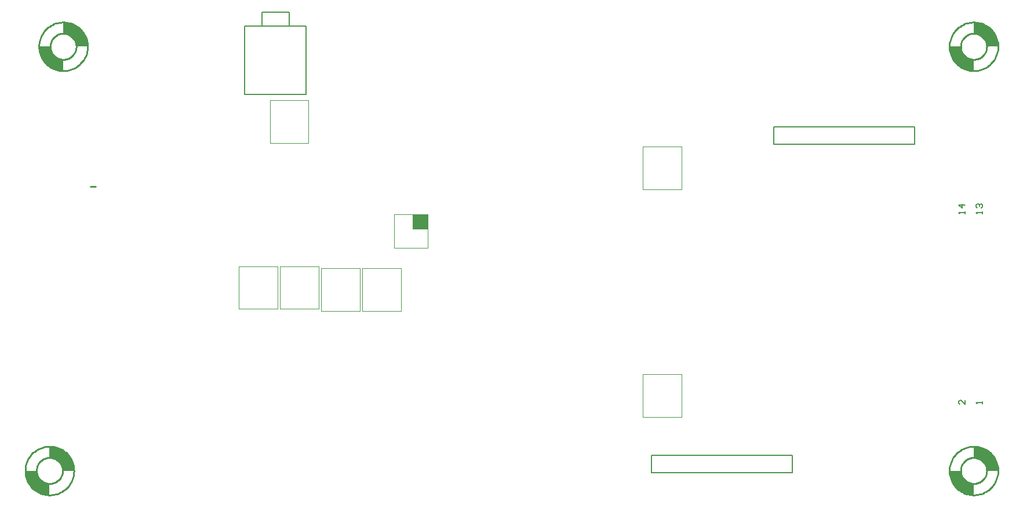
<source format=gm1>
%FSTAX24Y24*%
%MOIN*%
%SFA1B1*%

%IPPOS*%
%ADD47C,0.010000*%
%ADD118C,0.008000*%
%ADD119C,0.001000*%
%ADD120C,0.005000*%
%ADD121C,0.004000*%
%LNpcb1-1*%
%LPD*%
G36*
X130118Y070502D02*
X130119D01*
X130303Y070487*
X130304*
X130525Y070434*
X130526*
X130735Y070347*
X130736*
Y070346*
X13093Y070228*
Y070227*
X131103Y07008*
X131104Y070079*
X131251Y069907*
Y069906*
X13137Y069712*
X131457Y069502*
X131458Y069501*
X131511Y06928*
X131525Y069095*
Y069093*
X131524Y069091*
X131522Y06909*
X13152Y069089*
X131518*
X13087*
X130869Y06909*
X130867*
Y069091*
X130866Y069092*
X130865Y069094*
X130852Y069227*
X130808Y069371*
X130738Y069503*
X130642Y069619*
X130527Y069714*
X130394Y069785*
X130251Y069828*
X130122Y069841*
X13012Y06984*
X130118Y069839*
X130116Y06984*
X130114Y069841*
X130113Y069843*
Y069844*
Y070496*
Y070497*
X130114Y070498*
Y0705*
X130115*
X130116Y070501*
X130118Y070502*
G37*
G36*
X183268D02*
D01*
X183453Y070487*
X183454*
X183674Y070434*
X183675*
X183885Y070347*
X183886Y070346*
X184079Y070228*
X18408Y070227*
X184253Y07008*
Y070079*
X184401Y069907*
Y069906*
X18452Y069712*
X184607Y069502*
Y069501*
X18466Y06928*
X184675Y069095*
X184674Y069093*
Y069091*
X184673*
X184672Y06909*
X18467Y069089*
X184668*
X18402*
X184018Y06909*
X184017*
X184016Y069091*
X184015Y069092*
Y069094*
X184001Y069227*
X183958Y069371*
X183887Y069503*
X183792Y069619*
X183676Y069714*
X183544Y069785*
X1834Y069828*
X183272Y069841*
X183271*
X18327Y06984*
X183268Y069839*
X183266Y06984*
X183264Y069841*
X183263Y069843*
X183262Y069844*
Y070496*
Y070497*
X183263Y070498*
X183264Y0705*
X183266Y070501*
X183268Y070502*
G37*
G36*
X12936Y069091D02*
X129361Y06909D01*
X129363*
Y069089*
X129364Y069088*
X129365Y069086*
X129364Y069084*
Y069082*
X129363*
X129376Y068953*
X129419Y06881*
X12949Y068677*
X129585Y068561*
X129701Y068466*
X129833Y068395*
X129977Y068352*
X130106Y068339*
Y06834*
X130108*
X13011Y068341*
X130112Y06834*
X130113Y068339*
X130114*
Y068338*
X130115Y068336*
Y067703*
Y0677*
X130114Y067698*
Y067696*
X130112Y067695*
X13011*
X130094Y067693*
X129879Y06771*
X129878*
X129669Y067761*
X129668*
X129469Y067843*
Y067844*
X129285Y067956*
X129284*
X129121Y068096*
Y068097*
X12912*
X12898Y06826*
Y068261*
X128867Y068445*
X128785Y068644*
Y068645*
X128784*
X128734Y068854*
Y068855*
X128717Y06907*
X128718Y069086*
X128719Y069088*
X12872Y06909*
X128722*
X128724Y069091*
X12936*
G37*
G36*
X182509D02*
X182511Y06909D01*
X182513*
Y069089*
X182514Y069088*
X182515Y069086*
X182514Y069084*
X182513Y069082*
X182525Y068953*
X182569Y06881*
X18264Y068677*
X182735Y068561*
X182851Y068466*
X182983Y068395*
X183127Y068352*
X183255Y068339*
Y06834*
X183257*
X183259Y068341*
X183261Y06834*
X183263Y068339*
X183264Y068338*
X183265Y068336*
Y067703*
Y0677*
X183264Y067698*
X183263Y067696*
X183261Y067695*
X18326*
X183244Y067693*
X183243*
X183029Y06771*
X183028*
X182819Y067761*
X182818*
X182619Y067843*
X182618Y067844*
X182435Y067956*
X182434*
X18227Y068096*
Y068097*
X18213Y06826*
Y068261*
X182017Y068445*
X181934Y068644*
Y068645*
X181884Y068854*
Y068855*
X181867Y06907*
X181868Y069086*
X181869Y069088*
X18187Y06909*
X181872*
X181873Y069091*
X182509*
G37*
G36*
X15187Y082972D02*
X150985D01*
Y083862*
X15187*
Y082972*
G37*
G36*
X130906Y094911D02*
D01*
X131091Y094897*
Y094896*
X131312Y094843*
X131313*
X131523Y094756*
X131717Y094637*
X131718*
X13189Y094489*
X131891*
X132038Y094316*
X132039*
Y094315*
X132158Y094122*
Y094121*
X132245Y093911*
X132298Y09369*
Y093689*
X132313Y093504*
X132312Y093502*
X132311Y0935*
X132309Y093499*
X132308*
X132307*
X132306*
X131658*
X131656*
X131654Y0935*
X131653Y093502*
X131652Y093503*
X131639Y093637*
X131596Y09378*
X131525Y093912*
X13143Y094028*
X131314Y094123*
X131182Y094194*
X131038Y094238*
X130909Y09425*
X130907Y094249*
X130906*
X130905*
X130904*
X130902Y09425*
X130901Y094252*
X1309Y094254*
Y094906*
X130901Y094908*
X130902Y09491*
X130904*
X130906Y094911*
G37*
G36*
X183268D02*
D01*
X183453Y094897*
Y094896*
X183454*
X183674Y094843*
X183675*
X183885Y094756*
X183886*
X184079Y094637*
X18408*
X184253Y094489*
X184401Y094316*
Y094315*
X18452Y094122*
Y094121*
X184607Y093911*
X18466Y09369*
Y093689*
X184675Y093504*
X184674Y093502*
Y0935*
X184673*
X184672Y093499*
X18467*
X184668*
X18402*
X184018*
X184017Y0935*
X184016*
X184015Y093502*
Y093503*
X184001Y093637*
X183958Y09378*
X183887Y093912*
X183792Y094028*
X183676Y094123*
X183544Y094194*
X1834Y094238*
X183272Y09425*
X183271*
X18327Y094249*
X183268*
X183266*
X183264Y09425*
X183263Y094252*
X183262Y094254*
Y094906*
X183263Y094908*
X183264Y09491*
X183266*
X183268Y094911*
G37*
G36*
X130147Y093501D02*
X130149Y0935D01*
X130151Y093499*
X130152Y093497*
Y093495*
Y093493*
X130151Y093491*
X130163Y093363*
X130207Y093219*
X130278Y093087*
X130373Y092971*
X130489Y092876*
X130621Y092805*
X130764Y092761*
X130893Y092749*
X130895Y09275*
X130897Y092751*
Y09275*
Y092751*
X130899Y09275*
X130901Y092749*
X130902Y092747*
Y092745*
Y092113*
Y092109*
Y092108*
X130901Y092106*
X130899Y092105*
X130897Y092104*
X130882Y092103*
X130881*
X130666Y09212*
X130456Y09217*
X130257Y092253*
X130256*
X130072Y092365*
Y092366*
X129908Y092506*
X129768Y09267*
X129767Y092671*
X129655Y092854*
X129654Y092855*
X129572Y093054*
X129522Y093264*
X129505Y093479*
Y09348*
X129506Y093496*
X129507Y093497*
Y093499*
X129508*
X12951Y0935*
X129511Y093501*
X130147*
G37*
G36*
X182509D02*
X182511Y0935D01*
X182513Y093499*
X182514Y093497*
X182515Y093495*
X182514Y093493*
X182513Y093491*
X182525Y093363*
X182569Y093219*
X18264Y093087*
X182735Y092971*
X182851Y092876*
X182983Y092805*
X183127Y092761*
X183255Y092749*
X183257Y09275*
X183259Y092751*
Y09275*
Y092751*
X183261Y09275*
X183263Y092749*
X183264Y092747*
X183265Y092745*
Y092113*
Y092109*
X183264Y092108*
X183263Y092106*
X183261Y092105*
X18326Y092104*
X183244Y092103*
X183243*
X183029Y09212*
X183028*
X182819Y09217*
X182818*
X182619Y092253*
X182618*
X182435Y092365*
X182434Y092366*
X18227Y092506*
X18213Y09267*
Y092671*
X182017Y092854*
Y092855*
X181934Y093054*
X181884Y093264*
X181867Y093479*
Y09348*
X181868Y093496*
X181869Y093497*
X18187Y093499*
X181872Y0935*
X181873Y093501*
X182509*
G37*
G54D47*
X131656Y093504D02*
D01*
X131654Y093556*
X131648Y093608*
X131639Y093659*
X131626Y09371*
X13161Y09376*
X131591Y093809*
X131568Y093856*
X131542Y093901*
X131512Y093944*
X13148Y093986*
X131445Y094024*
X131407Y094061*
X131367Y094095*
X131325Y094125*
X131281Y094153*
X131234Y094178*
X131186Y094199*
X131137Y094217*
X131087Y094231*
X131036Y094242*
X130984Y094249*
X130932Y094253*
X130879*
X130827Y094249*
X130775Y094242*
X130724Y094231*
X130674Y094217*
X130625Y094199*
X130577Y094178*
X130531Y094153*
X130486Y094125*
X130444Y094095*
X130404Y094061*
X130366Y094024*
X130331Y093986*
X130299Y093944*
X130269Y093901*
X130243Y093856*
X13022Y093809*
X130201Y09376*
X130185Y09371*
X130172Y093659*
X130163Y093608*
X130157Y093556*
X130156Y093504*
X130157Y093451*
X130163Y093399*
X130172Y093348*
X130185Y093297*
X130201Y093247*
X13022Y093198*
X130243Y093151*
X130269Y093106*
X130299Y093063*
X130331Y093021*
X130366Y092983*
X130404Y092946*
X130444Y092912*
X130486Y092882*
X130531Y092854*
X130577Y092829*
X130625Y092808*
X130674Y09279*
X130724Y092776*
X130775Y092765*
X130827Y092758*
X130879Y092754*
X130932*
X130984Y092758*
X131036Y092765*
X131087Y092776*
X131137Y09279*
X131186Y092808*
X131234Y092829*
X131281Y092854*
X131325Y092882*
X131367Y092912*
X131407Y092946*
X131445Y092983*
X13148Y093021*
X131512Y093063*
X131542Y093106*
X131568Y093151*
X131591Y093198*
X13161Y093247*
X131626Y093297*
X131639Y093348*
X131648Y093399*
X131654Y093451*
X131656Y093504*
X132306D02*
D01*
X132302Y093601*
X132292Y093698*
X132275Y093795*
X132251Y093889*
X132221Y093982*
X132184Y094073*
X132142Y094161*
X132093Y094245*
X132038Y094326*
X131978Y094403*
X131913Y094476*
X131842Y094544*
X131767Y094607*
X131688Y094664*
X131606Y094716*
X131519Y094762*
X13143Y094802*
X131338Y094835*
X131244Y094862*
X131149Y094882*
X131052Y094896*
X130954Y094903*
X130857*
X130759Y094896*
X130662Y094882*
X130567Y094862*
X130473Y094835*
X130381Y094802*
X130292Y094762*
X130206Y094716*
X130123Y094664*
X130044Y094607*
X129969Y094544*
X129898Y094476*
X129833Y094403*
X129773Y094326*
X129718Y094245*
X129669Y094161*
X129627Y094073*
X12959Y093982*
X12956Y093889*
X129536Y093795*
X129519Y093698*
X129509Y093601*
X129506Y093504*
X129509Y093406*
X129519Y093309*
X129536Y093212*
X12956Y093118*
X12959Y093025*
X129627Y092934*
X129669Y092846*
X129718Y092762*
X129773Y092681*
X129833Y092604*
X129898Y092531*
X129969Y092463*
X130044Y0924*
X130123Y092343*
X130206Y092291*
X130292Y092245*
X130381Y092205*
X130473Y092172*
X130567Y092145*
X130662Y092125*
X130759Y092111*
X130857Y092104*
X130954*
X131052Y092111*
X131149Y092125*
X131244Y092145*
X131338Y092172*
X13143Y092205*
X131519Y092245*
X131606Y092291*
X131688Y092343*
X131767Y0924*
X131842Y092463*
X131913Y092531*
X131978Y092604*
X132038Y092681*
X132093Y092762*
X132142Y092846*
X132184Y092934*
X132221Y093025*
X132251Y093118*
X132275Y093212*
X132292Y093309*
X132302Y093406*
X132306Y093504*
X184018Y069094D02*
D01*
X184016Y069146*
X18401Y069198*
X184001Y069249*
X183988Y0693*
X183972Y06935*
X183953Y069399*
X18393Y069446*
X183904Y069491*
X183874Y069534*
X183842Y069576*
X183807Y069614*
X183769Y069651*
X183729Y069685*
X183687Y069715*
X183643Y069743*
X183596Y069768*
X183548Y069789*
X183499Y069807*
X183449Y069821*
X183398Y069832*
X183346Y069839*
X183294Y069843*
X183241*
X183189Y069839*
X183137Y069832*
X183086Y069821*
X183036Y069807*
X182987Y069789*
X182939Y069768*
X182893Y069743*
X182848Y069715*
X182806Y069685*
X182766Y069651*
X182728Y069614*
X182693Y069576*
X182661Y069534*
X182631Y069491*
X182605Y069446*
X182582Y069399*
X182563Y06935*
X182547Y0693*
X182534Y069249*
X182525Y069198*
X182519Y069146*
X182518Y069094*
X182519Y069041*
X182525Y068989*
X182534Y068938*
X182547Y068887*
X182563Y068837*
X182582Y068788*
X182605Y068741*
X182631Y068696*
X182661Y068653*
X182693Y068611*
X182728Y068573*
X182766Y068536*
X182806Y068502*
X182848Y068472*
X182893Y068444*
X182939Y068419*
X182987Y068398*
X183036Y06838*
X183086Y068366*
X183137Y068355*
X183189Y068348*
X183241Y068344*
X183294*
X183346Y068348*
X183398Y068355*
X183449Y068366*
X183499Y06838*
X183548Y068398*
X183596Y068419*
X183643Y068444*
X183687Y068472*
X183729Y068502*
X183769Y068536*
X183807Y068573*
X183842Y068611*
X183874Y068653*
X183904Y068696*
X18393Y068741*
X183953Y068788*
X183972Y068837*
X183988Y068887*
X184001Y068938*
X18401Y068989*
X184016Y069041*
X184018Y069094*
X184668D02*
D01*
X184664Y069191*
X184654Y069288*
X184637Y069385*
X184613Y069479*
X184583Y069572*
X184546Y069663*
X184504Y069751*
X184455Y069835*
X1844Y069916*
X18434Y069993*
X184275Y070066*
X184204Y070134*
X184129Y070197*
X18405Y070254*
X183968Y070306*
X183881Y070352*
X183792Y070392*
X1837Y070425*
X183606Y070452*
X183511Y070472*
X183414Y070486*
X183316Y070493*
X183219*
X183121Y070486*
X183024Y070472*
X182929Y070452*
X182835Y070425*
X182743Y070392*
X182654Y070352*
X182568Y070306*
X182485Y070254*
X182406Y070197*
X182331Y070134*
X18226Y070066*
X182195Y069993*
X182135Y069916*
X18208Y069835*
X182031Y069751*
X181989Y069663*
X181952Y069572*
X181922Y069479*
X181898Y069385*
X181881Y069288*
X181871Y069191*
X181868Y069094*
X181871Y068996*
X181881Y068899*
X181898Y068802*
X181922Y068708*
X181952Y068615*
X181989Y068524*
X182031Y068436*
X18208Y068352*
X182135Y068271*
X182195Y068194*
X18226Y068121*
X182331Y068053*
X182406Y06799*
X182485Y067933*
X182568Y067881*
X182654Y067835*
X182743Y067795*
X182835Y067762*
X182929Y067735*
X183024Y067715*
X183121Y067701*
X183219Y067694*
X183316*
X183414Y067701*
X183511Y067715*
X183606Y067735*
X1837Y067762*
X183792Y067795*
X183881Y067835*
X183968Y067881*
X18405Y067933*
X184129Y06799*
X184204Y068053*
X184275Y068121*
X18434Y068194*
X1844Y068271*
X184455Y068352*
X184504Y068436*
X184546Y068524*
X184583Y068615*
X184613Y068708*
X184637Y068802*
X184654Y068899*
X184664Y068996*
X184668Y069094*
X130868D02*
D01*
X130866Y069146*
X13086Y069198*
X130851Y069249*
X130838Y0693*
X130822Y06935*
X130803Y069399*
X13078Y069446*
X130754Y069491*
X130724Y069534*
X130692Y069576*
X130657Y069614*
X130619Y069651*
X130579Y069685*
X130537Y069715*
X130493Y069743*
X130446Y069768*
X130398Y069789*
X130349Y069807*
X130299Y069821*
X130248Y069832*
X130196Y069839*
X130144Y069843*
X130091*
X130039Y069839*
X129987Y069832*
X129936Y069821*
X129886Y069807*
X129837Y069789*
X129789Y069768*
X129743Y069743*
X129698Y069715*
X129656Y069685*
X129616Y069651*
X129578Y069614*
X129543Y069576*
X129511Y069534*
X129481Y069491*
X129455Y069446*
X129432Y069399*
X129413Y06935*
X129397Y0693*
X129384Y069249*
X129375Y069198*
X129369Y069146*
X129368Y069094*
X129369Y069041*
X129375Y068989*
X129384Y068938*
X129397Y068887*
X129413Y068837*
X129432Y068788*
X129455Y068741*
X129481Y068696*
X129511Y068653*
X129543Y068611*
X129578Y068573*
X129616Y068536*
X129656Y068502*
X129698Y068472*
X129743Y068444*
X129789Y068419*
X129837Y068398*
X129886Y06838*
X129936Y068366*
X129987Y068355*
X130039Y068348*
X130091Y068344*
X130144*
X130196Y068348*
X130248Y068355*
X130299Y068366*
X130349Y06838*
X130398Y068398*
X130446Y068419*
X130493Y068444*
X130537Y068472*
X130579Y068502*
X130619Y068536*
X130657Y068573*
X130692Y068611*
X130724Y068653*
X130754Y068696*
X13078Y068741*
X130803Y068788*
X130822Y068837*
X130838Y068887*
X130851Y068938*
X13086Y068989*
X130866Y069041*
X130868Y069094*
X131518D02*
D01*
X131514Y069191*
X131504Y069288*
X131487Y069385*
X131463Y069479*
X131433Y069572*
X131396Y069663*
X131354Y069751*
X131305Y069835*
X13125Y069916*
X13119Y069993*
X131125Y070066*
X131054Y070134*
X130979Y070197*
X1309Y070254*
X130818Y070306*
X130731Y070352*
X130642Y070392*
X13055Y070425*
X130456Y070452*
X130361Y070472*
X130264Y070486*
X130166Y070493*
X130069*
X129971Y070486*
X129874Y070472*
X129779Y070452*
X129685Y070425*
X129593Y070392*
X129504Y070352*
X129418Y070306*
X129335Y070254*
X129256Y070197*
X129181Y070134*
X12911Y070066*
X129045Y069993*
X128985Y069916*
X12893Y069835*
X128881Y069751*
X128839Y069663*
X128802Y069572*
X128772Y069479*
X128748Y069385*
X128731Y069288*
X128721Y069191*
X128718Y069094*
X128721Y068996*
X128731Y068899*
X128748Y068802*
X128772Y068708*
X128802Y068615*
X128839Y068524*
X128881Y068436*
X12893Y068352*
X128985Y068271*
X129045Y068194*
X12911Y068121*
X129181Y068053*
X129256Y06799*
X129335Y067933*
X129418Y067881*
X129504Y067835*
X129593Y067795*
X129685Y067762*
X129779Y067735*
X129874Y067715*
X129971Y067701*
X130069Y067694*
X130166*
X130264Y067701*
X130361Y067715*
X130456Y067735*
X13055Y067762*
X130642Y067795*
X130731Y067835*
X130818Y067881*
X1309Y067933*
X130979Y06799*
X131054Y068053*
X131125Y068121*
X13119Y068194*
X13125Y068271*
X131305Y068352*
X131354Y068436*
X131396Y068524*
X131433Y068615*
X131463Y068708*
X131487Y068802*
X131504Y068899*
X131514Y068996*
X131518Y069094*
X184018Y093504D02*
D01*
X184016Y093556*
X18401Y093608*
X184001Y093659*
X183988Y09371*
X183972Y09376*
X183953Y093809*
X18393Y093856*
X183904Y093901*
X183874Y093944*
X183842Y093986*
X183807Y094024*
X183769Y094061*
X183729Y094095*
X183687Y094125*
X183643Y094153*
X183596Y094178*
X183548Y094199*
X183499Y094217*
X183449Y094231*
X183398Y094242*
X183346Y094249*
X183294Y094253*
X183241*
X183189Y094249*
X183137Y094242*
X183086Y094231*
X183036Y094217*
X182987Y094199*
X182939Y094178*
X182893Y094153*
X182848Y094125*
X182806Y094095*
X182766Y094061*
X182728Y094024*
X182693Y093986*
X182661Y093944*
X182631Y093901*
X182605Y093856*
X182582Y093809*
X182563Y09376*
X182547Y09371*
X182534Y093659*
X182525Y093608*
X182519Y093556*
X182518Y093504*
X182519Y093451*
X182525Y093399*
X182534Y093348*
X182547Y093297*
X182563Y093247*
X182582Y093198*
X182605Y093151*
X182631Y093106*
X182661Y093063*
X182693Y093021*
X182728Y092983*
X182766Y092946*
X182806Y092912*
X182848Y092882*
X182893Y092854*
X182939Y092829*
X182987Y092808*
X183036Y09279*
X183086Y092776*
X183137Y092765*
X183189Y092758*
X183241Y092754*
X183294*
X183346Y092758*
X183398Y092765*
X183449Y092776*
X183499Y09279*
X183548Y092808*
X183596Y092829*
X183643Y092854*
X183687Y092882*
X183729Y092912*
X183769Y092946*
X183807Y092983*
X183842Y093021*
X183874Y093063*
X183904Y093106*
X18393Y093151*
X183953Y093198*
X183972Y093247*
X183988Y093297*
X184001Y093348*
X18401Y093399*
X184016Y093451*
X184018Y093504*
X184668D02*
D01*
X184664Y093601*
X184654Y093698*
X184637Y093795*
X184613Y093889*
X184583Y093982*
X184546Y094073*
X184504Y094161*
X184455Y094245*
X1844Y094326*
X18434Y094403*
X184275Y094476*
X184204Y094544*
X184129Y094607*
X18405Y094664*
X183968Y094716*
X183881Y094762*
X183792Y094802*
X1837Y094835*
X183606Y094862*
X183511Y094882*
X183414Y094896*
X183316Y094903*
X183219*
X183121Y094896*
X183024Y094882*
X182929Y094862*
X182835Y094835*
X182743Y094802*
X182654Y094762*
X182568Y094716*
X182485Y094664*
X182406Y094607*
X182331Y094544*
X18226Y094476*
X182195Y094403*
X182135Y094326*
X18208Y094245*
X182031Y094161*
X181989Y094073*
X181952Y093982*
X181922Y093889*
X181898Y093795*
X181881Y093698*
X181871Y093601*
X181868Y093504*
X181871Y093406*
X181881Y093309*
X181898Y093212*
X181922Y093118*
X181952Y093025*
X181989Y092934*
X182031Y092846*
X18208Y092762*
X182135Y092681*
X182195Y092604*
X18226Y092531*
X182331Y092463*
X182406Y0924*
X182485Y092343*
X182568Y092291*
X182654Y092245*
X182743Y092205*
X182835Y092172*
X182929Y092145*
X183024Y092125*
X183121Y092111*
X183219Y092104*
X183316*
X183414Y092111*
X183511Y092125*
X183606Y092145*
X1837Y092172*
X183792Y092205*
X183881Y092245*
X183968Y092291*
X18405Y092343*
X184129Y0924*
X184204Y092463*
X184275Y092531*
X18434Y092604*
X1844Y092681*
X184455Y092762*
X184504Y092846*
X184546Y092934*
X184583Y093025*
X184613Y093118*
X184637Y093212*
X184654Y093309*
X184664Y093406*
X184668Y093504*
X132459Y085453D02*
X132769D01*
G54D118*
X172834Y068986D02*
Y069986D01*
X164734D02*
X172834D01*
X164734Y068986D02*
Y069986D01*
Y068986D02*
X165284D01*
X166284*
X167284*
X168284*
X169284*
X171284*
X172834*
X179866Y087884D02*
Y088884D01*
X171766D02*
X179866D01*
X171766Y087884D02*
Y088884D01*
Y087884D02*
X172316D01*
X173316*
X174316*
X175316*
X176316*
X178316*
X179866*
X182779Y08389D02*
Y084015D01*
Y083953*
X182404*
X182466Y08389*
X182779Y08439D02*
X182404D01*
X182591Y084203*
Y084453*
X183779Y08389D02*
Y084015D01*
Y083953*
X183404*
X183466Y08389*
Y084203D02*
X183404Y084265D01*
Y08439*
X183466Y084453*
X183529*
X183591Y08439*
Y084328*
Y08439*
X183654Y084453*
X183716*
X183779Y08439*
Y084265*
X183716Y084203*
X182779Y073154D02*
Y072904D01*
X182529Y073154*
X182466*
X182404Y073092*
Y072967*
X182466Y072904*
X183779Y072954D02*
Y073079D01*
Y073017*
X183404*
X183466Y072954*
G54D119*
X164244Y07219D02*
Y07464D01*
Y07219D02*
X166464D01*
Y07464*
X164244D02*
X166464D01*
X164244Y085281D02*
Y087731D01*
Y085281D02*
X166464D01*
Y087731*
X164244D02*
X166464D01*
X145008Y087958D02*
Y090408D01*
X142788D02*
X145008D01*
X142788Y087958D02*
Y090408D01*
Y087958D02*
X145008D01*
X143236Y078411D02*
Y080861D01*
X141016D02*
X143236D01*
X141016Y078411D02*
Y080861D01*
Y078411D02*
X143236D01*
X145598D02*
Y080861D01*
X143378D02*
X145598D01*
X143378D02*
Y078411D01*
X145598*
X14574Y078293D02*
Y080743D01*
Y078293D02*
X14796D01*
Y080743*
X14574D02*
X14796D01*
X148103Y078293D02*
Y080743D01*
Y078293D02*
X150323D01*
Y080743*
X148103D02*
X150323D01*
G54D120*
X144882Y090748D02*
Y094685D01*
X141339Y090748D02*
X144882D01*
X141339D02*
Y094685D01*
X142323*
X143898*
X144882*
X143898D02*
Y095472D01*
X142323D02*
X143898D01*
X142323Y094685D02*
Y095472D01*
G54D121*
X149921Y083839D02*
X15185D01*
X149921Y081909D02*
Y083839D01*
Y081909D02*
X15185D01*
Y083839*
M02*
</source>
